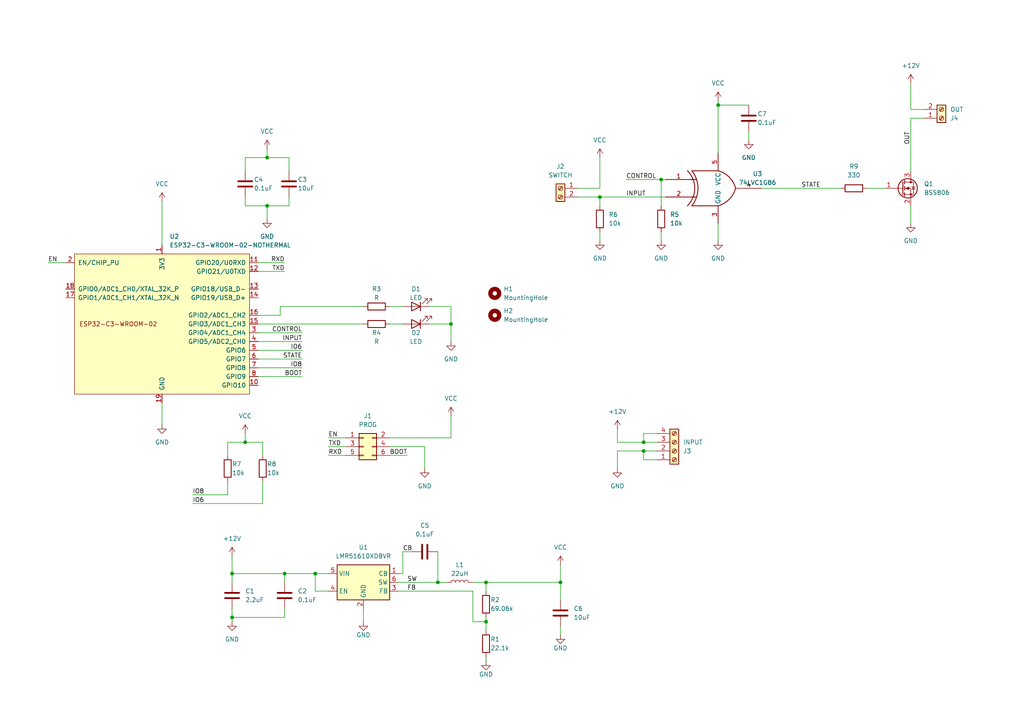
<source format=kicad_sch>
(kicad_sch (version 20230121) (generator eeschema)
  (paper "A4")
  (lib_symbols
    (symbol "74xGxx:74LVC1G86"
      (property "Reference" "U" (at -5.08 7.62 0))
      (property "Value" "74LVC1G86" (at 7.62 -7.62 0))
      (symbol "74LVC1G86_0_1"
        (arc (start -8.89 -5.08) (mid -6.7858 0) (end -8.89 5.08) (stroke (width 0.254)))
        (arc (start -7.62 -5.08) (mid -5.838 0) (end -7.62 5.08) (stroke (width 0.254)))
        (arc (start 0 -5.08) (mid 3.1986 -3.2054) (end 5.08 0) (stroke (width 0.254)))
        (polyline (pts (xy -7.62 -2.54) (xy -6.35 -2.54)) (stroke (width 0.254)) (fill (type background)))
        (polyline (pts (xy -7.62 2.54) (xy -6.35 2.54)) (stroke (width 0.254)) (fill (type background)))
        (polyline (pts (xy 0 -5.08) (xy -7.62 -5.08)) (stroke (width 0.254)) (fill (type background)))
        (polyline (pts (xy 0 5.08) (xy -7.62 5.08)) (stroke (width 0.254)) (fill (type background)))
        (arc (start 5.08 0) (mid 3.2238 3.2304) (end 0 5.08) (stroke (width 0.254)))
      )
      (symbol "74LVC1G86_1_1"
        (pin input line (at -15.24 2.54 0) (length 7.62) (name "~") (number "1"))
        (pin input line (at -15.24 -2.54 0) (length 7.62) (name "~") (number "2"))
        (pin power_in line (at 0 -10.16 90) (length 5.08) (name "GND") (number "3"))
        (pin output line (at 12.7 0 180) (length 7.62) (name "~") (number "4"))
        (pin power_in line (at 0 10.16 270) (length 5.08) (name "VCC") (number "5"))
      )
    )
    (symbol "Connector:Screw_Terminal_01x02" (pin_names (offset 1.016) hide)
      (property "Reference" "J" (at 0 2.54 0))
      (property "Value" "Screw_Terminal_01x02" (at 0 -5.08 0))
      (symbol "Screw_Terminal_01x02_1_1"
        (rectangle (start -1.27 1.27) (end 1.27 -3.81) (stroke (width 0.254)) (fill (type background)))
        (circle (center 0 -2.54) (radius 0.635) (stroke (width 0.1524)))
        (polyline (pts (xy -0.5334 -2.2098) (xy 0.3302 -3.048)) (stroke (width 0.1524)))
        (polyline (pts (xy -0.5334 0.3302) (xy 0.3302 -0.508)) (stroke (width 0.1524)))
        (polyline (pts (xy -0.3556 -2.032) (xy 0.508 -2.8702)) (stroke (width 0.1524)))
        (polyline (pts (xy -0.3556 0.508) (xy 0.508 -0.3302)) (stroke (width 0.1524)))
        (circle (center 0 0) (radius 0.635) (stroke (width 0.1524)))
        (pin passive line (at -5.08 0 0) (length 3.81) (name "Pin_1") (number "1"))
        (pin passive line (at -5.08 -2.54 0) (length 3.81) (name "Pin_2") (number "2"))
      )
    )
    (symbol "Connector:Screw_Terminal_01x04" (pin_names (offset 1.016) hide)
      (property "Reference" "J" (at 0 5.08 0))
      (property "Value" "Screw_Terminal_01x04" (at 0 -7.62 0))
      (symbol "Screw_Terminal_01x04_1_1"
        (rectangle (start -1.27 3.81) (end 1.27 -6.35) (stroke (width 0.254)) (fill (type background)))
        (circle (center 0 -5.08) (radius 0.635) (stroke (width 0.1524)))
        (circle (center 0 -2.54) (radius 0.635) (stroke (width 0.1524)))
        (polyline (pts (xy -0.5334 -4.7498) (xy 0.3302 -5.588)) (stroke (width 0.1524)))
        (polyline (pts (xy -0.5334 -2.2098) (xy 0.3302 -3.048)) (stroke (width 0.1524)))
        (polyline (pts (xy -0.5334 0.3302) (xy 0.3302 -0.508)) (stroke (width 0.1524)))
        (polyline (pts (xy -0.5334 2.8702) (xy 0.3302 2.032)) (stroke (width 0.1524)))
        (polyline (pts (xy -0.3556 -4.572) (xy 0.508 -5.4102)) (stroke (width 0.1524)))
        (polyline (pts (xy -0.3556 -2.032) (xy 0.508 -2.8702)) (stroke (width 0.1524)))
        (polyline (pts (xy -0.3556 0.508) (xy 0.508 -0.3302)) (stroke (width 0.1524)))
        (polyline (pts (xy -0.3556 3.048) (xy 0.508 2.2098)) (stroke (width 0.1524)))
        (circle (center 0 0) (radius 0.635) (stroke (width 0.1524)))
        (circle (center 0 2.54) (radius 0.635) (stroke (width 0.1524)))
        (pin passive line (at -5.08 2.54 0) (length 3.81) (name "Pin_1") (number "1"))
        (pin passive line (at -5.08 0 0) (length 3.81) (name "Pin_2") (number "2"))
        (pin passive line (at -5.08 -2.54 0) (length 3.81) (name "Pin_3") (number "3"))
        (pin passive line (at -5.08 -5.08 0) (length 3.81) (name "Pin_4") (number "4"))
      )
    )
    (symbol "Connector_Generic:Conn_02x03_Odd_Even" (pin_names (offset 1.016) hide)
      (property "Reference" "J" (at 1.27 5.08 0))
      (property "Value" "Conn_02x03_Odd_Even" (at 1.27 -5.08 0))
      (symbol "Conn_02x03_Odd_Even_1_1"
        (rectangle (start -1.27 -2.413) (end 0 -2.667) (stroke (width 0.1524)))
        (rectangle (start -1.27 0.127) (end 0 -0.127) (stroke (width 0.1524)))
        (rectangle (start -1.27 2.667) (end 0 2.413) (stroke (width 0.1524)))
        (rectangle (start -1.27 3.81) (end 3.81 -3.81) (stroke (width 0.254)) (fill (type background)))
        (rectangle (start 3.81 -2.413) (end 2.54 -2.667) (stroke (width 0.1524)))
        (rectangle (start 3.81 0.127) (end 2.54 -0.127) (stroke (width 0.1524)))
        (rectangle (start 3.81 2.667) (end 2.54 2.413) (stroke (width 0.1524)))
        (pin passive line (at -5.08 2.54 0) (length 3.81) (name "Pin_1") (number "1"))
        (pin passive line (at 7.62 2.54 180) (length 3.81) (name "Pin_2") (number "2"))
        (pin passive line (at -5.08 0 0) (length 3.81) (name "Pin_3") (number "3"))
        (pin passive line (at 7.62 0 180) (length 3.81) (name "Pin_4") (number "4"))
        (pin passive line (at -5.08 -2.54 0) (length 3.81) (name "Pin_5") (number "5"))
        (pin passive line (at 7.62 -2.54 180) (length 3.81) (name "Pin_6") (number "6"))
      )
    )
    (symbol "Device:C" (pin_numbers hide) (pin_names (offset 0.254))
      (property "Reference" "C" (at 0.635 2.54 0))
      (property "Value" "C" (at 0.635 -2.54 0))
      (symbol "C_0_1"
        (polyline (pts (xy -2.032 -0.762) (xy 2.032 -0.762)) (stroke (width 0.508)))
        (polyline (pts (xy -2.032 0.762) (xy 2.032 0.762)) (stroke (width 0.508)))
      )
      (symbol "C_1_1"
        (pin passive line (at 0 3.81 270) (length 2.794) (name "~") (number "1"))
        (pin passive line (at 0 -3.81 90) (length 2.794) (name "~") (number "2"))
      )
    )
    (symbol "Device:L" (pin_numbers hide) (pin_names (offset 1.016) hide)
      (property "Reference" "L" (at -1.27 0 90))
      (property "Value" "L" (at 1.905 0 90))
      (symbol "L_0_1"
        (arc (start 0 -2.54) (mid 0.6323 -1.905) (end 0 -1.27))
        (arc (start 0 -1.27) (mid 0.6323 -0.635) (end 0 0))
        (arc (start 0 0) (mid 0.6323 0.635) (end 0 1.27))
        (arc (start 0 1.27) (mid 0.6323 1.905) (end 0 2.54))
      )
      (symbol "L_1_1"
        (pin passive line (at 0 3.81 270) (length 1.27) (name "1") (number "1"))
        (pin passive line (at 0 -3.81 90) (length 1.27) (name "2") (number "2"))
      )
    )
    (symbol "Device:LED" (pin_numbers hide) (pin_names (offset 1.016) hide)
      (property "Reference" "D" (at 0 2.54 0))
      (property "Value" "LED" (at 0 -2.54 0))
      (symbol "LED_0_1"
        (polyline (pts (xy -1.27 -1.27) (xy -1.27 1.27)) (stroke (width 0.254)))
        (polyline (pts (xy -1.27 0) (xy 1.27 0)))
        (polyline (pts (xy 1.27 -1.27) (xy 1.27 1.27) (xy -1.27 0) (xy 1.27 -1.27)) (stroke (width 0.254)))
        (polyline (pts (xy -3.048 -0.762) (xy -4.572 -2.286) (xy -3.81 -2.286) (xy -4.572 -2.286) (xy -4.572 -1.524)))
        (polyline (pts (xy -1.778 -0.762) (xy -3.302 -2.286) (xy -2.54 -2.286) (xy -3.302 -2.286) (xy -3.302 -1.524)))
      )
      (symbol "LED_1_1"
        (pin passive line (at -3.81 0 0) (length 2.54) (name "K") (number "1"))
        (pin passive line (at 3.81 0 180) (length 2.54) (name "A") (number "2"))
      )
    )
    (symbol "Device:Q_NMOS_GSD" (pin_names (offset 0) hide)
      (property "Reference" "Q" (at 5.08 1.27 0))
      (property "Value" "Q_NMOS_GSD" (at 5.08 -1.27 0))
      (symbol "Q_NMOS_GSD_0_1"
        (polyline (pts (xy 0.254 0) (xy -2.54 0)))
        (polyline (pts (xy 0.254 1.905) (xy 0.254 -1.905)) (stroke (width 0.254)))
        (polyline (pts (xy 0.762 -1.27) (xy 0.762 -2.286)) (stroke (width 0.254)))
        (polyline (pts (xy 0.762 0.508) (xy 0.762 -0.508)) (stroke (width 0.254)))
        (polyline (pts (xy 0.762 2.286) (xy 0.762 1.27)) (stroke (width 0.254)))
        (polyline (pts (xy 2.54 2.54) (xy 2.54 1.778)))
        (polyline (pts (xy 2.54 -2.54) (xy 2.54 0) (xy 0.762 0)))
        (polyline (pts (xy 0.762 -1.778) (xy 3.302 -1.778) (xy 3.302 1.778) (xy 0.762 1.778)))
        (polyline (pts (xy 1.016 0) (xy 2.032 0.381) (xy 2.032 -0.381) (xy 1.016 0)) (fill (type outline)))
        (polyline (pts (xy 2.794 0.508) (xy 2.921 0.381) (xy 3.683 0.381) (xy 3.81 0.254)))
        (polyline (pts (xy 3.302 0.381) (xy 2.921 -0.254) (xy 3.683 -0.254) (xy 3.302 0.381)))
        (circle (center 1.651 0) (radius 2.794) (stroke (width 0.254)))
        (circle (center 2.54 -1.778) (radius 0.254) (fill (type outline)))
        (circle (center 2.54 1.778) (radius 0.254) (fill (type outline)))
      )
      (symbol "Q_NMOS_GSD_1_1"
        (pin input line (at -5.08 0 0) (length 2.54) (name "G") (number "1"))
        (pin passive line (at 2.54 -5.08 90) (length 2.54) (name "S") (number "2"))
        (pin passive line (at 2.54 5.08 270) (length 2.54) (name "D") (number "3"))
      )
    )
    (symbol "Device:R" (pin_numbers hide) (pin_names (offset 0))
      (property "Reference" "R" (at 2.032 0 90))
      (property "Value" "R" (at 0 0 90))
      (symbol "R_0_1"
        (rectangle (start -1.016 -2.54) (end 1.016 2.54) (stroke (width 0.254)))
      )
      (symbol "R_1_1"
        (pin passive line (at 0 3.81 270) (length 1.27) (name "~") (number "1"))
        (pin passive line (at 0 -3.81 90) (length 1.27) (name "~") (number "2"))
      )
    )
    (symbol "Mechanical:MountingHole" (pin_names (offset 1.016))
      (property "Reference" "H" (at 0 5.08 0))
      (property "Value" "MountingHole" (at 0 3.175 0))
      (symbol "MountingHole_0_1"
        (circle (center 0 0) (radius 1.27) (stroke (width 1.27)))
      )
    )
    (symbol "PCM_Espressif:ESP32-C3-WROOM-02" (pin_names (offset 1.016))
      (property "Reference" "U" (at -25.4 25.4 0))
      (property "Value" "ESP32-C3-WROOM-02" (at -25.4 22.86 0))
      (symbol "ESP32-C3-WROOM-02_0_0"
        (text "ESP32-C3-WROOM-02" (at -12.7 0 0) (effects (font (size 1.27 1.27))))
      )
      (symbol "ESP32-C3-WROOM-02_0_1"
        (rectangle (start 25.4 20.32) (end -25.4 -20.32) (fill (type background)))
      )
      (symbol "ESP32-C3-WROOM-02_1_1"
        (pin power_in line (at 0 22.86 270) (length 2.54) (name "3V3") (number "1"))
        (pin bidirectional line (at 27.94 -17.78 180) (length 2.54) (name "GPIO10") (number "10"))
        (pin bidirectional line (at 27.94 17.78 180) (length 2.54) (name "GPIO20/U0RXD") (number "11"))
        (pin bidirectional line (at 27.94 15.24 180) (length 2.54) (name "GPIO21/U0TXD") (number "12"))
        (pin bidirectional line (at 27.94 10.16 180) (length 2.54) (name "GPIO18/USB_D-") (number "13"))
        (pin bidirectional line (at 27.94 7.62 180) (length 2.54) (name "GPIO19/USB_D+") (number "14"))
        (pin bidirectional line (at 27.94 0 180) (length 2.54) (name "GPIO3/ADC1_CH3") (number "15"))
        (pin bidirectional line (at 27.94 2.54 180) (length 2.54) (name "GPIO2/ADC1_CH2") (number "16"))
        (pin bidirectional line (at -27.94 7.62 0) (length 2.54) (name "GPIO1/ADC1_CH1/XTAL_32K_N") (number "17"))
        (pin bidirectional line (at -27.94 10.16 0) (length 2.54) (name "GPIO0/ADC1_CH0/XTAL_32K_P") (number "18"))
        (pin power_in line (at 0 -22.86 90) (length 2.54) (name "GND") (number "19"))
        (pin input line (at -27.94 17.78 0) (length 2.54) (name "EN/CHIP_PU") (number "2"))
        (pin bidirectional line (at 27.94 -2.54 180) (length 2.54) (name "GPIO4/ADC1_CH4") (number "3"))
        (pin bidirectional line (at 27.94 -5.08 180) (length 2.54) (name "GPIO5/ADC2_CH0") (number "4"))
        (pin bidirectional line (at 27.94 -7.62 180) (length 2.54) (name "GPIO6") (number "5"))
        (pin bidirectional line (at 27.94 -10.16 180) (length 2.54) (name "GPIO7") (number "6"))
        (pin bidirectional line (at 27.94 -12.7 180) (length 2.54) (name "GPIO8") (number "7"))
        (pin bidirectional line (at 27.94 -15.24 180) (length 2.54) (name "GPIO9") (number "8"))
        (pin passive line (at 0 -22.86 90) (length 2.54) hide (name "GND") (number "9"))
      )
    )
    (symbol "lmr51606:LMR51606"
      (property "Reference" "U4" (at 0 10.16 0))
      (property "Value" "LMR51610XDBVR" (at 0 7.62 0))
      (symbol "LMR51606_0_1"
        (rectangle (start -7.62 5.08) (end 7.62 -5.08) (stroke (width 0.254)) (fill (type background)))
      )
      (symbol "LMR51606_1_1"
        (pin passive line (at 10.16 2.54 180) (length 2.54) (name "CB") (number "1"))
        (pin power_in line (at 0 -7.62 90) (length 2.54) (name "GND") (number "2"))
        (pin input line (at 10.16 -2.54 180) (length 2.54) (name "FB") (number "3"))
        (pin input line (at -10.16 -2.54 0) (length 2.54) (name "EN") (number "4"))
        (pin power_in line (at -10.16 2.54 0) (length 2.54) (name "VIN") (number "5"))
        (pin power_out line (at 10.16 0 180) (length 2.54) (name "SW") (number "6"))
      )
    )
    (symbol "power:+12V" (power) (pin_names (offset 0))
      (property "Value" "+12V" (at 0 3.556 0))
      (symbol "+12V_0_1"
        (polyline (pts (xy -0.762 1.27) (xy 0 2.54)))
        (polyline (pts (xy 0 0) (xy 0 2.54)))
        (polyline (pts (xy 0 2.54) (xy 0.762 1.27)))
      )
      (symbol "+12V_1_1"
        (pin power_in line (at 0 0 90) (length 0) hide (name "+12V") (number "1"))
      )
    )
    (symbol "power:GND" (power) (pin_names (offset 0))
      (property "Value" "GND" (at 0 -3.81 0))
      (symbol "GND_0_1"
        (polyline (pts (xy 0 0) (xy 0 -1.27) (xy 1.27 -1.27) (xy 0 -2.54) (xy -1.27 -1.27) (xy 0 -1.27)))
      )
      (symbol "GND_1_1"
        (pin power_in line (at 0 0 270) (length 0) hide (name "GND") (number "1"))
      )
    )
    (symbol "power:VCC" (power) (pin_names (offset 0))
      (property "Value" "VCC" (at 0 3.81 0))
      (symbol "VCC_0_1"
        (polyline (pts (xy -0.762 1.27) (xy 0 2.54)))
        (polyline (pts (xy 0 0) (xy 0 2.54)))
        (polyline (pts (xy 0 2.54) (xy 0.762 1.27)))
      )
      (symbol "VCC_1_1"
        (pin power_in line (at 0 0 90) (length 0) hide (name "VCC") (number "1"))
      )
    )
  )
  (junction (at 173.99 57.15))
  (junction (at 82.55 166.37))
  (junction (at 67.31 179.07))
  (junction (at 71.12 128.27))
  (junction (at 208.28 30.48))
  (junction (at 162.56 168.91))
  (junction (at 130.81 93.98))
  (junction (at 186.69 128.27))
  (junction (at 191.77 52.07))
  (junction (at 127 168.91))
  (junction (at 77.47 59.69))
  (junction (at 140.97 168.91))
  (junction (at 77.47 45.72))
  (junction (at 67.31 166.37))
  (junction (at 91.44 166.37))
  (junction (at 186.69 130.81))
  (junction (at 140.97 180.34))
  (wire (pts (xy 55.88 146.05) (xy 76.2 146.05)))
  (wire (pts (xy 95.25 127) (xy 100.33 127)))
  (wire (pts (xy 67.31 179.07) (xy 67.31 180.34)))
  (wire (pts (xy 115.57 168.91) (xy 127 168.91)))
  (wire (pts (xy 77.47 59.69) (xy 77.47 63.5)))
  (wire (pts (xy 130.81 127) (xy 130.81 120.65)))
  (wire (pts (xy 173.99 54.61) (xy 167.64 54.61)))
  (wire (pts (xy 264.16 34.29) (xy 264.16 49.53)))
  (wire (pts (xy 179.07 130.81) (xy 186.69 130.81)))
  (wire (pts (xy 173.99 45.72) (xy 173.99 54.61)))
  (wire (pts (xy 83.82 59.69) (xy 83.82 57.15)))
  (wire (pts (xy 179.07 124.46) (xy 179.07 128.27)))
  (wire (pts (xy 186.69 125.73) (xy 186.69 128.27)))
  (wire (pts (xy 191.77 52.07) (xy 191.77 59.69)))
  (wire (pts (xy 74.93 104.14) (xy 87.63 104.14)))
  (wire (pts (xy 140.97 180.34) (xy 140.97 182.88)))
  (wire (pts (xy 130.81 93.98) (xy 130.81 99.06)))
  (wire (pts (xy 127 168.91) (xy 129.54 168.91)))
  (wire (pts (xy 123.19 129.54) (xy 123.19 135.89)))
  (wire (pts (xy 67.31 161.29) (xy 67.31 166.37)))
  (wire (pts (xy 130.81 88.9) (xy 130.81 93.98)))
  (wire (pts (xy 186.69 128.27) (xy 190.5 128.27)))
  (wire (pts (xy 74.93 78.74) (xy 82.55 78.74)))
  (wire (pts (xy 162.56 163.83) (xy 162.56 168.91)))
  (wire (pts (xy 66.04 132.08) (xy 66.04 128.27)))
  (wire (pts (xy 140.97 168.91) (xy 162.56 168.91)))
  (wire (pts (xy 71.12 128.27) (xy 71.12 125.73)))
  (wire (pts (xy 77.47 45.72) (xy 83.82 45.72)))
  (wire (pts (xy 71.12 49.53) (xy 71.12 45.72)))
  (wire (pts (xy 217.17 30.48) (xy 208.28 30.48)))
  (wire (pts (xy 179.07 130.81) (xy 179.07 135.89)))
  (wire (pts (xy 95.25 129.54) (xy 100.33 129.54)))
  (wire (pts (xy 67.31 176.53) (xy 67.31 179.07)))
  (wire (pts (xy 55.88 143.51) (xy 66.04 143.51)))
  (wire (pts (xy 66.04 128.27) (xy 71.12 128.27)))
  (wire (pts (xy 95.25 132.08) (xy 100.33 132.08)))
  (wire (pts (xy 167.64 57.15) (xy 173.99 57.15)))
  (wire (pts (xy 82.55 176.53) (xy 82.55 179.07)))
  (wire (pts (xy 116.84 166.37) (xy 115.57 166.37)))
  (wire (pts (xy 46.99 58.42) (xy 46.99 71.12)))
  (wire (pts (xy 74.93 91.44) (xy 81.28 91.44)))
  (wire (pts (xy 127 160.02) (xy 127 168.91)))
  (wire (pts (xy 91.44 171.45) (xy 91.44 166.37)))
  (wire (pts (xy 190.5 125.73) (xy 186.69 125.73)))
  (wire (pts (xy 186.69 130.81) (xy 190.5 130.81)))
  (wire (pts (xy 267.97 34.29) (xy 264.16 34.29)))
  (wire (pts (xy 82.55 166.37) (xy 91.44 166.37)))
  (wire (pts (xy 115.57 171.45) (xy 137.16 171.45)))
  (wire (pts (xy 220.98 54.61) (xy 243.84 54.61)))
  (wire (pts (xy 113.03 132.08) (xy 118.11 132.08)))
  (wire (pts (xy 208.28 30.48) (xy 208.28 44.45)))
  (wire (pts (xy 74.93 101.6) (xy 87.63 101.6)))
  (wire (pts (xy 124.46 88.9) (xy 130.81 88.9)))
  (wire (pts (xy 113.03 88.9) (xy 116.84 88.9)))
  (wire (pts (xy 113.03 129.54) (xy 123.19 129.54)))
  (wire (pts (xy 81.28 88.9) (xy 105.41 88.9)))
  (wire (pts (xy 140.97 190.5) (xy 140.97 191.77)))
  (wire (pts (xy 113.03 127) (xy 130.81 127)))
  (wire (pts (xy 140.97 180.34) (xy 140.97 179.07)))
  (wire (pts (xy 186.69 133.35) (xy 186.69 130.81)))
  (wire (pts (xy 71.12 45.72) (xy 77.47 45.72)))
  (wire (pts (xy 74.93 76.2) (xy 82.55 76.2)))
  (wire (pts (xy 173.99 67.31) (xy 173.99 69.85)))
  (wire (pts (xy 267.97 31.75) (xy 264.16 31.75)))
  (wire (pts (xy 77.47 59.69) (xy 83.82 59.69)))
  (wire (pts (xy 116.84 160.02) (xy 119.38 160.02)))
  (wire (pts (xy 181.61 52.07) (xy 191.77 52.07)))
  (wire (pts (xy 81.28 91.44) (xy 81.28 88.9)))
  (wire (pts (xy 82.55 166.37) (xy 82.55 168.91)))
  (wire (pts (xy 76.2 128.27) (xy 71.12 128.27)))
  (wire (pts (xy 76.2 132.08) (xy 76.2 128.27)))
  (wire (pts (xy 124.46 93.98) (xy 130.81 93.98)))
  (wire (pts (xy 74.93 96.52) (xy 87.63 96.52)))
  (wire (pts (xy 66.04 143.51) (xy 66.04 139.7)))
  (wire (pts (xy 116.84 160.02) (xy 116.84 166.37)))
  (wire (pts (xy 46.99 116.84) (xy 46.99 123.19)))
  (wire (pts (xy 67.31 168.91) (xy 67.31 166.37)))
  (wire (pts (xy 190.5 133.35) (xy 186.69 133.35)))
  (wire (pts (xy 67.31 179.07) (xy 82.55 179.07)))
  (wire (pts (xy 71.12 57.15) (xy 71.12 59.69)))
  (wire (pts (xy 77.47 43.18) (xy 77.47 45.72)))
  (wire (pts (xy 137.16 180.34) (xy 140.97 180.34)))
  (wire (pts (xy 67.31 166.37) (xy 82.55 166.37)))
  (wire (pts (xy 74.93 99.06) (xy 87.63 99.06)))
  (wire (pts (xy 191.77 52.07) (xy 193.04 52.07)))
  (wire (pts (xy 83.82 45.72) (xy 83.82 49.53)))
  (wire (pts (xy 95.25 171.45) (xy 91.44 171.45)))
  (wire (pts (xy 208.28 29.21) (xy 208.28 30.48)))
  (wire (pts (xy 264.16 59.69) (xy 264.16 64.77)))
  (wire (pts (xy 162.56 168.91) (xy 162.56 173.99)))
  (wire (pts (xy 71.12 59.69) (xy 77.47 59.69)))
  (wire (pts (xy 76.2 146.05) (xy 76.2 139.7)))
  (wire (pts (xy 105.41 176.53) (xy 105.41 180.34)))
  (wire (pts (xy 191.77 67.31) (xy 191.77 69.85)))
  (wire (pts (xy 13.97 76.2) (xy 19.05 76.2)))
  (wire (pts (xy 264.16 24.13) (xy 264.16 31.75)))
  (wire (pts (xy 217.17 38.1) (xy 217.17 40.64)))
  (wire (pts (xy 87.63 109.22) (xy 74.93 109.22)))
  (wire (pts (xy 208.28 64.77) (xy 208.28 69.85)))
  (wire (pts (xy 113.03 93.98) (xy 116.84 93.98)))
  (wire (pts (xy 74.93 93.98) (xy 105.41 93.98)))
  (wire (pts (xy 251.46 54.61) (xy 256.54 54.61)))
  (wire (pts (xy 173.99 57.15) (xy 193.04 57.15)))
  (wire (pts (xy 140.97 168.91) (xy 140.97 171.45)))
  (wire (pts (xy 137.16 171.45) (xy 137.16 180.34)))
  (wire (pts (xy 179.07 128.27) (xy 186.69 128.27)))
  (wire (pts (xy 173.99 57.15) (xy 173.99 59.69)))
  (wire (pts (xy 74.93 106.68) (xy 87.63 106.68)))
  (wire (pts (xy 137.16 168.91) (xy 140.97 168.91)))
  (wire (pts (xy 162.56 181.61) (xy 162.56 184.15)))
  (wire (pts (xy 91.44 166.37) (xy 95.25 166.37)))
  (label "CONTROL" (at 181.61 52.07 0))
  (label "INPUT" (at 181.61 57.15 0))
  (label "RXD" (at 95.25 132.08 0))
  (label "IO8" (at 87.63 106.68 180))
  (label "INPUT" (at 87.63 99.06 180))
  (label "STATE" (at 87.63 104.14 180))
  (label "IO6" (at 87.63 101.6 180))
  (label "OUT" (at 264.16 41.91 90))
  (label "BOOT" (at 118.11 132.08 180))
  (label "STATE" (at 232.41 54.61 0))
  (label "EN" (at 13.97 76.2 0))
  (label "BOOT" (at 87.63 109.22 180))
  (label "IO6" (at 55.88 146.05 0))
  (label "IO8" (at 55.88 143.51 0))
  (label "FB" (at 118.11 171.45 0))
  (label "SW" (at 118.11 168.91 0))
  (label "RXD" (at 82.55 76.2 180))
  (label "CONTROL" (at 87.63 96.52 180))
  (label "EN" (at 95.25 127 0))
  (label "TXD" (at 95.25 129.54 0))
  (label "TXD" (at 82.55 78.74 180))
  (label "CB" (at 116.84 160.02 0))
  (symbol (lib_id "power:VCC") (at 130.81 120.65 0) (unit 1)
    (property "Reference" "#PWR016" (effects hide))
    (property "Value" "VCC" (at 130.81 115.57 0))
  )
  (symbol (lib_id "Device:C") (at 71.12 53.34 0) (unit 1)
    (property "Reference" "C4" (at 73.66 52.07 0) (effects (justify left)))
    (property "Value" "0.1uF" (at 73.66 54.61 0) (effects (justify left)))
    (property "Footprint" "Capacitor_SMD:C_1206_3216Metric_Pad1.33x1.80mm_HandSolder" (effects hide))
  )
  (symbol (lib_id "power:VCC") (at 173.99 45.72 0) (unit 1)
    (property "Reference" "#PWR013" (effects hide))
    (property "Value" "VCC" (at 173.99 40.64 0))
  )
  (symbol (lib_id "power:GND") (at 67.31 180.34 0) (unit 1)
    (property "Reference" "#PWR05" (effects hide))
    (property "Value" "GND" (at 67.31 185.42 0))
  )
  (symbol (lib_id "Device:Q_NMOS_GSD") (at 261.62 54.61 0) (unit 1)
    (property "Reference" "Q1" (at 267.97 53.34 0) (effects (justify left)))
    (property "Value" "BSS806" (at 267.97 55.88 0) (effects (justify left)))
    (property "Footprint" "Package_TO_SOT_SMD:SOT-23_Handsoldering" (effects hide))
  )
  (symbol (lib_id "Device:R") (at 191.77 63.5 0) (unit 1)
    (property "Reference" "R5" (at 194.31 62.23 0) (effects (justify left)))
    (property "Value" "10k" (at 194.31 64.77 0) (effects (justify left)))
    (property "Footprint" "Resistor_SMD:R_1206_3216Metric_Pad1.30x1.75mm_HandSolder" (effects hide))
  )
  (symbol (lib_id "power:VCC") (at 71.12 125.73 0) (unit 1)
    (property "Reference" "#PWR022" (effects hide))
    (property "Value" "VCC" (at 71.12 120.65 0))
  )
  (symbol (lib_id "Connector:Screw_Terminal_01x04") (at 195.58 130.81 0) (mirror x) (unit 1)
    (property "Reference" "J3" (at 198.12 130.81 0) (effects (justify left)))
    (property "Value" "INPUT" (at 198.12 128.27 0) (effects (justify left)))
    (property "Footprint" "TerminalBlock_Phoenix:TerminalBlock_Phoenix_PT-1,5-4-3.5-H_1x04_P3.50mm_Horizontal" (effects hide))
  )
  (symbol (lib_id "Device:R") (at 140.97 175.26 180) (unit 1)
    (property "Reference" "R2" (at 142.24 173.99 0) (effects (justify right)))
    (property "Value" "69.06k" (at 142.24 176.53 0) (effects (justify right)))
    (property "Footprint" "Resistor_SMD:R_1206_3216Metric_Pad1.30x1.75mm_HandSolder" (effects hide))
  )
  (symbol (lib_id "Mechanical:MountingHole") (at 143.51 85.09 0) (unit 1)
    (property "Reference" "H1" (at 146.05 83.82 0) (effects (justify left)))
    (property "Value" "MountingHole" (at 146.05 86.36 0) (effects (justify left)))
    (property "Footprint" "MountingHole:MountingHole_2.2mm_M2" (effects hide))
  )
  (symbol (lib_id "Connector:Screw_Terminal_01x02") (at 273.05 34.29 0) (mirror x) (unit 1)
    (property "Reference" "J4" (at 275.59 34.29 0) (effects (justify left)))
    (property "Value" "OUT" (at 275.59 31.75 0) (effects (justify left)))
    (property "Footprint" "TerminalBlock_Phoenix:TerminalBlock_Phoenix_PT-1,5-2-3.5-H_1x02_P3.50mm_Horizontal" (effects hide))
  )
  (symbol (lib_id "power:GND") (at 77.47 63.5 0) (unit 1)
    (property "Reference" "#PWR08" (effects hide))
    (property "Value" "GND" (at 77.47 68.58 0))
  )
  (symbol (lib_id "power:GND") (at 105.41 180.34 0) (unit 1)
    (property "Reference" "#PWR03" (effects hide))
    (property "Value" "GND" (at 105.41 184.15 0))
  )
  (symbol (lib_id "power:VCC") (at 46.99 58.42 0) (unit 1)
    (property "Reference" "#PWR01" (effects hide))
    (property "Value" "VCC" (at 46.99 53.34 0))
  )
  (symbol (lib_id "Device:R") (at 140.97 186.69 0) (unit 1)
    (property "Reference" "R1" (at 142.24 185.42 0) (effects (justify left)))
    (property "Value" "22.1k" (at 142.24 187.96 0) (effects (justify left)))
    (property "Footprint" "Resistor_SMD:R_1206_3216Metric_Pad1.30x1.75mm_HandSolder" (effects hide))
  )
  (symbol (lib_id "power:GND") (at 162.56 184.15 0) (unit 1)
    (property "Reference" "#PWR010" (effects hide))
    (property "Value" "GND" (at 162.56 187.96 0))
  )
  (symbol (lib_id "power:GND") (at 123.19 135.89 0) (unit 1)
    (property "Reference" "#PWR017" (effects hide))
    (property "Value" "GND" (at 123.19 140.97 0))
  )
  (symbol (lib_id "power:GND") (at 217.17 40.64 0) (unit 1)
    (property "Reference" "#PWR024" (effects hide))
    (property "Value" "GND" (at 217.17 45.72 0))
  )
  (symbol (lib_id "Device:C") (at 123.19 160.02 90) (unit 1)
    (property "Reference" "C5" (at 123.19 152.4 90))
    (property "Value" "0.1uF" (at 123.19 154.94 90))
    (property "Footprint" "Capacitor_SMD:C_1206_3216Metric_Pad1.33x1.80mm_HandSolder" (effects hide))
  )
  (symbol (lib_id "Device:R") (at 173.99 63.5 0) (unit 1)
    (property "Reference" "R6" (at 176.53 62.23 0) (effects (justify left)))
    (property "Value" "10k" (at 176.53 64.77 0) (effects (justify left)))
    (property "Footprint" "Resistor_SMD:R_1206_3216Metric_Pad1.30x1.75mm_HandSolder" (effects hide))
  )
  (symbol (lib_id "Device:C") (at 83.82 53.34 0) (unit 1)
    (property "Reference" "C3" (at 86.36 52.07 0) (effects (justify left)))
    (property "Value" "10uF" (at 86.36 54.61 0) (effects (justify left)))
    (property "Footprint" "Capacitor_SMD:C_1206_3216Metric_Pad1.33x1.80mm_HandSolder" (effects hide))
  )
  (symbol (lib_id "Device:LED") (at 120.65 88.9 180) (unit 1)
    (property "Reference" "D1" (at 120.65 83.82 0))
    (property "Value" "LED" (at 120.65 86.36 0))
    (property "Footprint" "LED_SMD:LED_1206_3216Metric_Pad1.42x1.75mm_HandSolder" (effects hide))
  )
  (symbol (lib_id "Device:C") (at 82.55 172.72 0) (unit 1)
    (property "Reference" "C2" (at 86.36 171.45 0) (effects (justify left)))
    (property "Value" "0.1uF" (at 86.36 173.99 0) (effects (justify left)))
    (property "Footprint" "Capacitor_SMD:C_1206_3216Metric_Pad1.33x1.80mm_HandSolder" (effects hide))
  )
  (symbol (lib_id "Device:C") (at 217.17 34.29 0) (unit 1)
    (property "Reference" "C7" (at 219.71 33.02 0) (effects (justify left)))
    (property "Value" "0.1uF" (at 219.71 35.56 0) (effects (justify left)))
    (property "Footprint" "Capacitor_SMD:C_1206_3216Metric_Pad1.33x1.80mm_HandSolder" (effects hide))
  )
  (symbol (lib_id "power:GND") (at 208.28 69.85 0) (unit 1)
    (property "Reference" "#PWR07" (effects hide))
    (property "Value" "GND" (at 208.28 74.93 0))
  )
  (symbol (lib_id "PCM_Espressif:ESP32-C3-WROOM-02") (at 46.99 93.98 0) (unit 1)
    (property "Reference" "U2" (at 49.1841 68.58 0) (effects (justify left)))
    (property "Value" "ESP32-C3-WROOM-02-NOTHERMAL" (at 49.1841 71.12 0) (effects (justify left)))
    (property "Footprint" "footprints:ESP32-C3-WROOM-02-NOTHERMAL" (effects hide))
    (property "Datasheet" "https://www.espressif.com/sites/default/files/documentation/esp32-c3-wroom-02_datasheet_en.pdf" (effects hide))
  )
  (symbol (lib_id "power:GND") (at 140.97 191.77 0) (unit 1)
    (property "Reference" "#PWR023" (effects hide))
    (property "Value" "GND" (at 140.97 195.58 0))
  )
  (symbol (lib_id "Device:LED") (at 120.65 93.98 180) (unit 1)
    (property "Reference" "D2" (at 120.65 96.52 0))
    (property "Value" "LED" (at 120.65 99.06 0))
    (property "Footprint" "LED_SMD:LED_1206_3216Metric_Pad1.42x1.75mm_HandSolder" (effects hide))
  )
  (symbol (lib_id "Device:R") (at 247.65 54.61 90) (unit 1)
    (property "Reference" "R9" (at 247.65 48.26 90))
    (property "Value" "330" (at 247.65 50.8 90))
    (property "Footprint" "Resistor_SMD:R_1206_3216Metric_Pad1.30x1.75mm_HandSolder" (effects hide))
  )
  (symbol (lib_id "Device:R") (at 66.04 135.89 180) (unit 1)
    (property "Reference" "R7" (at 67.31 134.62 0) (effects (justify right)))
    (property "Value" "10k" (at 67.31 137.16 0) (effects (justify right)))
    (property "Footprint" "Resistor_SMD:R_1206_3216Metric_Pad1.30x1.75mm_HandSolder" (effects hide))
  )
  (symbol (lib_id "Device:R") (at 109.22 93.98 270) (unit 1)
    (property "Reference" "R4" (at 109.22 96.52 90))
    (property "Value" "R" (at 109.22 99.06 90))
    (property "Footprint" "Resistor_SMD:R_1206_3216Metric_Pad1.30x1.75mm_HandSolder" (effects hide))
  )
  (symbol (lib_id "power:GND") (at 191.77 69.85 0) (unit 1)
    (property "Reference" "#PWR021" (effects hide))
    (property "Value" "GND" (at 191.77 74.93 0))
  )
  (symbol (lib_id "power:GND") (at 130.81 99.06 0) (unit 1)
    (property "Reference" "#PWR019" (effects hide))
    (property "Value" "GND" (at 130.81 104.14 0))
  )
  (symbol (lib_id "Device:L") (at 133.35 168.91 90) (unit 1)
    (property "Reference" "L1" (at 133.35 163.83 90))
    (property "Value" "22uH" (at 133.35 166.37 90))
    (property "Footprint" "Inductor_SMD:L_TDK_VLS6045EX_VLS6045AF" (effects hide))
    (property "Part number" "VLS6045EX-220M" (effects hide))
  )
  (symbol (lib_id "lmr51606:LMR51606") (at 105.41 168.91 0) (unit 1)
    (property "Reference" "U1" (at 105.41 158.75 0))
    (property "Value" "LMR51610XDBVR" (at 105.41 161.29 0))
    (property "Footprint" "Package_TO_SOT_SMD:SOT-23-6" (effects hide))
    (property "Datasheet" "https://www.ti.com/lit/ds/symlink/lmr51610.pdf" (effects hide))
  )
  (symbol (lib_id "power:+12V") (at 264.16 24.13 0) (unit 1)
    (property "Reference" "#PWR012" (effects hide))
    (property "Value" "+12V" (at 264.16 19.05 0))
  )
  (symbol (lib_id "power:GND") (at 173.99 69.85 0) (unit 1)
    (property "Reference" "#PWR020" (effects hide))
    (property "Value" "GND" (at 173.99 74.93 0))
  )
  (symbol (lib_id "power:+12V") (at 179.07 124.46 0) (unit 1)
    (property "Reference" "#PWR014" (effects hide))
    (property "Value" "+12V" (at 179.07 119.38 0))
  )
  (symbol (lib_id "power:GND") (at 264.16 64.77 0) (unit 1)
    (property "Reference" "#PWR04" (effects hide))
    (property "Value" "GND" (at 264.16 69.85 0))
  )
  (symbol (lib_id "power:GND") (at 46.99 123.19 0) (unit 1)
    (property "Reference" "#PWR02" (effects hide))
    (property "Value" "GND" (at 46.99 128.27 0))
  )
  (symbol (lib_id "power:GND") (at 179.07 135.89 0) (unit 1)
    (property "Reference" "#PWR015" (effects hide))
    (property "Value" "GND" (at 179.07 140.97 0))
  )
  (symbol (lib_id "power:+12V") (at 67.31 161.29 0) (unit 1)
    (property "Reference" "#PWR011" (effects hide))
    (property "Value" "+12V" (at 67.31 156.21 0))
  )
  (symbol (lib_id "power:VCC") (at 208.28 29.21 0) (unit 1)
    (property "Reference" "#PWR06" (effects hide))
    (property "Value" "VCC" (at 208.28 24.13 0))
  )
  (symbol (lib_id "Device:C") (at 162.56 177.8 0) (unit 1)
    (property "Reference" "C6" (at 166.37 176.53 0) (effects (justify left)))
    (property "Value" "10uF" (at 166.37 179.07 0) (effects (justify left)))
    (property "Footprint" "Capacitor_SMD:C_1210_3225Metric_Pad1.33x2.70mm_HandSolder" (effects hide))
  )
  (symbol (lib_id "power:VCC") (at 77.47 43.18 0) (unit 1)
    (property "Reference" "#PWR018" (effects hide))
    (property "Value" "VCC" (at 77.47 38.1 0))
  )
  (symbol (lib_id "power:VCC") (at 162.56 163.83 0) (unit 1)
    (property "Reference" "#PWR09" (effects hide))
    (property "Value" "VCC" (at 162.56 158.75 0))
  )
  (symbol (lib_id "Device:C") (at 67.31 172.72 0) (unit 1)
    (property "Reference" "C1" (at 71.12 171.45 0) (effects (justify left)))
    (property "Value" "2.2uF" (at 71.12 173.99 0) (effects (justify left)))
    (property "Footprint" "Capacitor_SMD:C_1206_3216Metric_Pad1.33x1.80mm_HandSolder" (effects hide))
  )
  (symbol (lib_id "Connector:Screw_Terminal_01x02") (at 162.56 54.61 0) (mirror y) (unit 1)
    (property "Reference" "J2" (at 162.56 48.26 0))
    (property "Value" "SWITCH" (at 162.56 50.8 0))
    (property "Footprint" "TerminalBlock_Phoenix:TerminalBlock_Phoenix_PT-1,5-2-3.5-H_1x02_P3.50mm_Horizontal" (effects hide))
  )
  (symbol (lib_id "Device:R") (at 76.2 135.89 0) (unit 1)
    (property "Reference" "R8" (at 77.47 134.62 0) (effects (justify left)))
    (property "Value" "10k" (at 77.47 137.16 0) (effects (justify left)))
    (property "Footprint" "Resistor_SMD:R_1206_3216Metric_Pad1.30x1.75mm_HandSolder" (effects hide))
  )
  (symbol (lib_id "Connector_Generic:Conn_02x03_Odd_Even") (at 105.41 129.54 0) (unit 1)
    (property "Reference" "J1" (at 106.68 120.65 0))
    (property "Value" "PROG" (at 106.68 123.19 0))
    (property "Footprint" "Connector:Tag-Connect_TC2030-IDC-NL_2x03_P1.27mm_Vertical" (effects hide))
  )
  (symbol (lib_id "74xGxx:74LVC1G86") (at 208.28 54.61 0) (unit 1)
    (property "Reference" "U3" (at 219.71 50.4191 0))
    (property "Value" "74LVC1G86" (at 219.71 52.9591 0))
    (property "Footprint" "Package_TO_SOT_SMD:SOT-23-5_HandSoldering" (effects hide))
    (property "Datasheet" "http://www.ti.com/lit/sg/scyt129e/scyt129e.pdf" (effects hide))
  )
  (symbol (lib_id "Mechanical:MountingHole") (at 143.51 91.44 0) (unit 1)
    (property "Reference" "H2" (at 146.05 90.17 0) (effects (justify left)))
    (property "Value" "MountingHole" (at 146.05 92.71 0) (effects (justify left)))
    (property "Footprint" "MountingHole:MountingHole_2.2mm_M2" (effects hide))
  )
  (symbol (lib_id "Device:R") (at 109.22 88.9 270) (unit 1)
    (property "Reference" "R3" (at 109.22 83.82 90))
    (property "Value" "R" (at 109.22 86.36 90))
    (property "Footprint" "Resistor_SMD:R_1206_3216Metric_Pad1.30x1.75mm_HandSolder" (effects hide))
  )
)
</source>
